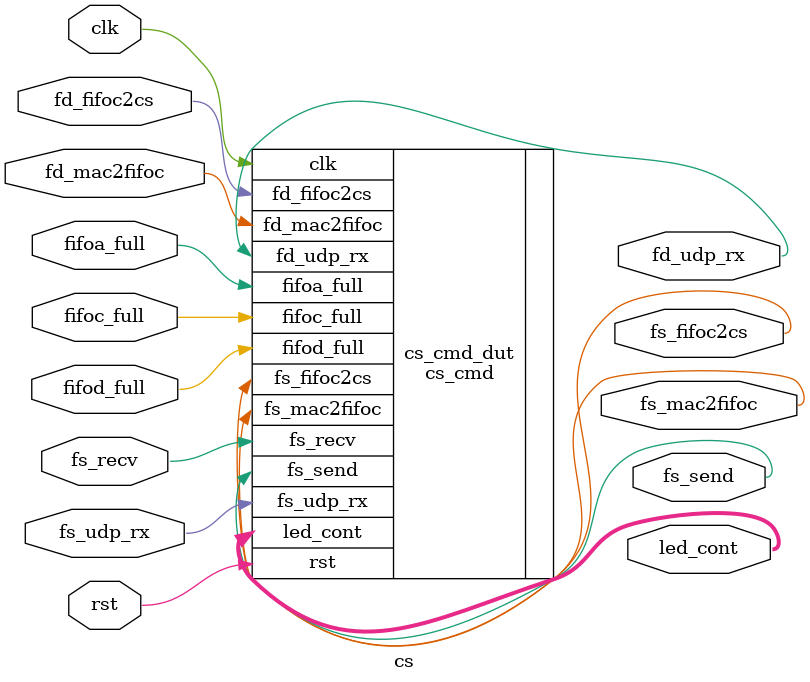
<source format=v>
module cs(
    input clk,
    input rst,

    input fifoa_full,
    input fifoc_full,
    input fifod_full,

    input fs_udp_rx,
    output fs_mac2fifoc,
    output fs_fifoc2cs,

    output fd_udp_rx,
    input fd_mac2fifoc,
    input fd_fifoc2cs,

    output fs_send,
    input fs_recv,

    output [3:0] led_cont
);

    wire fs_cs_num, fd_cs_num;

    cs_cmd
    cs_cmd_dut(
        .clk(clk),
        .rst(rst),

        .fifoa_full(fifoa_full),
        .fifoc_full(fifoc_full),
        .fifod_full(fifod_full),

        .fs_udp_rx(fs_udp_rx),
        .fs_mac2fifoc(fs_mac2fifoc),
        .fs_fifoc2cs(fs_fifoc2cs),
        .fd_udp_rx(fd_udp_rx),
        .fd_mac2fifoc(fd_mac2fifoc),
        .fd_fifoc2cs(fd_fifoc2cs),

        .fs_send(fs_send),
        .fs_recv(fs_recv),

        .led_cont(led_cont)
    );



endmodule
</source>
